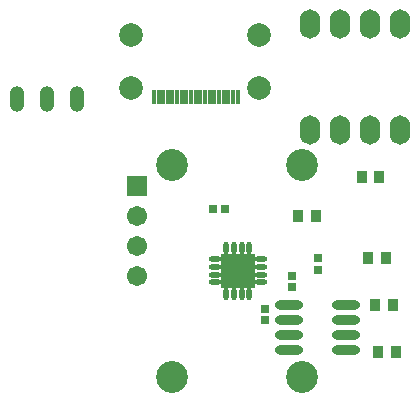
<source format=gts>
G04 Layer_Color=8388736*
%FSLAX24Y24*%
%MOIN*%
G70*
G01*
G75*
%ADD30O,0.0482X0.0867*%
%ADD31O,0.0678X0.0982*%
%ADD32R,0.0171X0.0474*%
%ADD33R,0.0356X0.0434*%
%ADD34R,0.0316X0.0277*%
%ADD35R,0.0277X0.0316*%
%ADD36O,0.0946X0.0316*%
%ADD37R,0.1143X0.1143*%
%ADD38O,0.0198X0.0415*%
%ADD39O,0.0415X0.0198*%
%ADD40C,0.1064*%
%ADD41C,0.0789*%
%ADD42C,0.0671*%
%ADD43R,0.0671X0.0671*%
D30*
X-100Y10080D02*
D03*
X-1108D02*
D03*
X-2100D02*
D03*
D31*
X10650Y9031D02*
D03*
X7650D02*
D03*
X9650D02*
D03*
X8650D02*
D03*
Y12590D02*
D03*
X9658D02*
D03*
X7650D02*
D03*
X10650D02*
D03*
D32*
X5244Y10140D02*
D03*
X5089D02*
D03*
X4934D02*
D03*
X4779D02*
D03*
X4624D02*
D03*
X4469D02*
D03*
X4314D02*
D03*
X4159D02*
D03*
X4004D02*
D03*
X3850D02*
D03*
X3695D02*
D03*
X3540D02*
D03*
X3385D02*
D03*
X3230D02*
D03*
X3075D02*
D03*
X2920D02*
D03*
X2765D02*
D03*
X2609D02*
D03*
X2455D02*
D03*
D33*
X9385Y7490D02*
D03*
X9975D02*
D03*
X9595Y4790D02*
D03*
X10185D02*
D03*
X7255Y6170D02*
D03*
X7845D02*
D03*
X9935Y1660D02*
D03*
X10525D02*
D03*
X9835Y3210D02*
D03*
X10425D02*
D03*
D34*
X4827Y6420D02*
D03*
X4433D02*
D03*
D35*
X6170Y3097D02*
D03*
Y2703D02*
D03*
X7920Y4777D02*
D03*
Y4383D02*
D03*
X7070Y4197D02*
D03*
Y3803D02*
D03*
D36*
X6975Y3230D02*
D03*
Y2730D02*
D03*
Y2230D02*
D03*
Y1730D02*
D03*
X8865Y3230D02*
D03*
Y2730D02*
D03*
Y2230D02*
D03*
Y1730D02*
D03*
D37*
X5258Y4356D02*
D03*
D38*
X4874Y5124D02*
D03*
X5130D02*
D03*
X5386D02*
D03*
X5642D02*
D03*
Y3588D02*
D03*
X5386D02*
D03*
X5130D02*
D03*
X4874D02*
D03*
D39*
X6025Y4740D02*
D03*
Y4484D02*
D03*
Y4228D02*
D03*
Y3972D02*
D03*
X4490D02*
D03*
Y4228D02*
D03*
Y4484D02*
D03*
Y4740D02*
D03*
D40*
X3049Y800D02*
D03*
X3049Y7890D02*
D03*
X7380D02*
D03*
Y800D02*
D03*
D41*
X5973Y12222D02*
D03*
X1690D02*
D03*
X5973Y10450D02*
D03*
X1690D02*
D03*
D42*
X1900Y4170D02*
D03*
Y5170D02*
D03*
Y6170D02*
D03*
D43*
Y7170D02*
D03*
M02*

</source>
